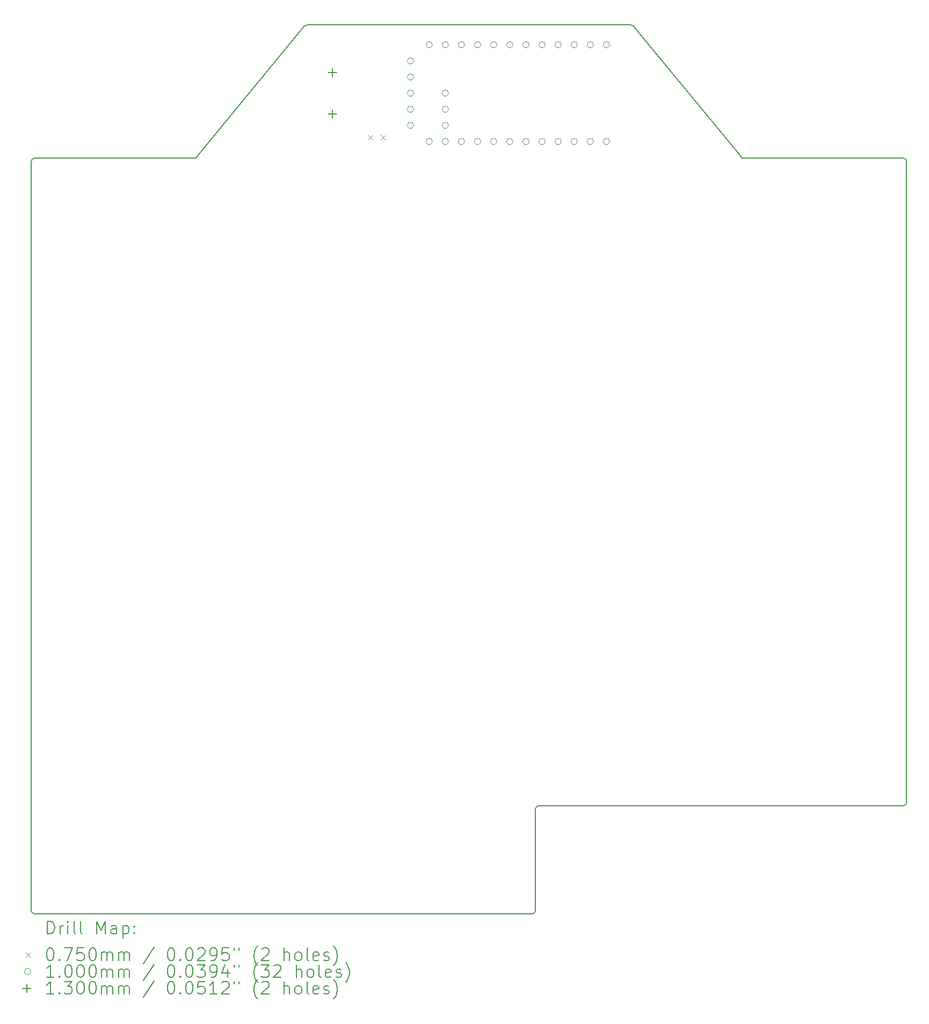
<source format=gbr>
%TF.GenerationSoftware,KiCad,Pcbnew,8.0.4+1*%
%TF.CreationDate,2024-10-01T15:26:06+00:00*%
%TF.ProjectId,left,6c656674-2e6b-4696-9361-645f70636258,v0.2*%
%TF.SameCoordinates,Original*%
%TF.FileFunction,Drillmap*%
%TF.FilePolarity,Positive*%
%FSLAX45Y45*%
G04 Gerber Fmt 4.5, Leading zero omitted, Abs format (unit mm)*
G04 Created by KiCad (PCBNEW 8.0.4+1) date 2024-10-01 15:26:06*
%MOMM*%
%LPD*%
G01*
G04 APERTURE LIST*
%ADD10C,0.150000*%
%ADD11C,0.200000*%
%ADD12C,0.100000*%
%ADD13C,0.130000*%
G04 APERTURE END LIST*
D10*
X15975000Y-2400000D02*
X15975000Y-12500000D01*
X15925000Y-12550000D02*
X10175000Y-12550000D01*
X6486512Y-268083D02*
X4786512Y-2318083D01*
X10075000Y-14250000D02*
X2225000Y-14250000D01*
X2225000Y-2350000D02*
X4775000Y-2350000D01*
X15975000Y-12500000D02*
G75*
G02*
X15925000Y-12550000I-50000J0D01*
G01*
X10125000Y-12600000D02*
G75*
G02*
X10175000Y-12550000I50000J0D01*
G01*
X10125000Y-14200000D02*
G75*
G02*
X10075000Y-14250000I-50000J0D01*
G01*
X2175000Y-14200000D02*
X2175000Y-2400000D01*
X2225000Y-14250000D02*
G75*
G02*
X2175000Y-14200000I0J50000D01*
G01*
X4775000Y-2350000D02*
G75*
G02*
X4786512Y-2318083I50000J0D01*
G01*
X10125000Y-12600000D02*
X10125000Y-14200000D01*
X6486512Y-268083D02*
G75*
G02*
X6525000Y-250000I38488J-31917D01*
G01*
X11625000Y-250000D02*
X6525000Y-250000D01*
X13375000Y-2350000D02*
X15925000Y-2350000D01*
X2175000Y-2400000D02*
G75*
G02*
X2225000Y-2350000I50000J0D01*
G01*
X13363488Y-2318083D02*
G75*
G02*
X13375000Y-2350000I-38488J-31917D01*
G01*
X13363488Y-2318083D02*
X11663488Y-268083D01*
X15925000Y-2350000D02*
G75*
G02*
X15975000Y-2400000I0J-50000D01*
G01*
X11625000Y-250000D02*
G75*
G02*
X11663488Y-268083I0J-50000D01*
G01*
D11*
D12*
X7485500Y-1987500D02*
X7560500Y-2062500D01*
X7560500Y-1987500D02*
X7485500Y-2062500D01*
X7685500Y-1987500D02*
X7760500Y-2062500D01*
X7760500Y-1987500D02*
X7685500Y-2062500D01*
X8204000Y-817000D02*
G75*
G02*
X8104000Y-817000I-50000J0D01*
G01*
X8104000Y-817000D02*
G75*
G02*
X8204000Y-817000I50000J0D01*
G01*
X8204000Y-1071000D02*
G75*
G02*
X8104000Y-1071000I-50000J0D01*
G01*
X8104000Y-1071000D02*
G75*
G02*
X8204000Y-1071000I50000J0D01*
G01*
X8204000Y-1325000D02*
G75*
G02*
X8104000Y-1325000I-50000J0D01*
G01*
X8104000Y-1325000D02*
G75*
G02*
X8204000Y-1325000I50000J0D01*
G01*
X8204000Y-1579000D02*
G75*
G02*
X8104000Y-1579000I-50000J0D01*
G01*
X8104000Y-1579000D02*
G75*
G02*
X8204000Y-1579000I50000J0D01*
G01*
X8204000Y-1833000D02*
G75*
G02*
X8104000Y-1833000I-50000J0D01*
G01*
X8104000Y-1833000D02*
G75*
G02*
X8204000Y-1833000I50000J0D01*
G01*
X8500000Y-563000D02*
G75*
G02*
X8400000Y-563000I-50000J0D01*
G01*
X8400000Y-563000D02*
G75*
G02*
X8500000Y-563000I50000J0D01*
G01*
X8500000Y-2087000D02*
G75*
G02*
X8400000Y-2087000I-50000J0D01*
G01*
X8400000Y-2087000D02*
G75*
G02*
X8500000Y-2087000I50000J0D01*
G01*
X8754000Y-563000D02*
G75*
G02*
X8654000Y-563000I-50000J0D01*
G01*
X8654000Y-563000D02*
G75*
G02*
X8754000Y-563000I50000J0D01*
G01*
X8754000Y-1325000D02*
G75*
G02*
X8654000Y-1325000I-50000J0D01*
G01*
X8654000Y-1325000D02*
G75*
G02*
X8754000Y-1325000I50000J0D01*
G01*
X8754000Y-1579000D02*
G75*
G02*
X8654000Y-1579000I-50000J0D01*
G01*
X8654000Y-1579000D02*
G75*
G02*
X8754000Y-1579000I50000J0D01*
G01*
X8754000Y-1833000D02*
G75*
G02*
X8654000Y-1833000I-50000J0D01*
G01*
X8654000Y-1833000D02*
G75*
G02*
X8754000Y-1833000I50000J0D01*
G01*
X8754000Y-2087000D02*
G75*
G02*
X8654000Y-2087000I-50000J0D01*
G01*
X8654000Y-2087000D02*
G75*
G02*
X8754000Y-2087000I50000J0D01*
G01*
X9008000Y-563000D02*
G75*
G02*
X8908000Y-563000I-50000J0D01*
G01*
X8908000Y-563000D02*
G75*
G02*
X9008000Y-563000I50000J0D01*
G01*
X9008000Y-2087000D02*
G75*
G02*
X8908000Y-2087000I-50000J0D01*
G01*
X8908000Y-2087000D02*
G75*
G02*
X9008000Y-2087000I50000J0D01*
G01*
X9262000Y-563000D02*
G75*
G02*
X9162000Y-563000I-50000J0D01*
G01*
X9162000Y-563000D02*
G75*
G02*
X9262000Y-563000I50000J0D01*
G01*
X9262000Y-2087000D02*
G75*
G02*
X9162000Y-2087000I-50000J0D01*
G01*
X9162000Y-2087000D02*
G75*
G02*
X9262000Y-2087000I50000J0D01*
G01*
X9516000Y-563000D02*
G75*
G02*
X9416000Y-563000I-50000J0D01*
G01*
X9416000Y-563000D02*
G75*
G02*
X9516000Y-563000I50000J0D01*
G01*
X9516000Y-2087000D02*
G75*
G02*
X9416000Y-2087000I-50000J0D01*
G01*
X9416000Y-2087000D02*
G75*
G02*
X9516000Y-2087000I50000J0D01*
G01*
X9770000Y-563000D02*
G75*
G02*
X9670000Y-563000I-50000J0D01*
G01*
X9670000Y-563000D02*
G75*
G02*
X9770000Y-563000I50000J0D01*
G01*
X9770000Y-2087000D02*
G75*
G02*
X9670000Y-2087000I-50000J0D01*
G01*
X9670000Y-2087000D02*
G75*
G02*
X9770000Y-2087000I50000J0D01*
G01*
X10024000Y-563000D02*
G75*
G02*
X9924000Y-563000I-50000J0D01*
G01*
X9924000Y-563000D02*
G75*
G02*
X10024000Y-563000I50000J0D01*
G01*
X10024000Y-2087000D02*
G75*
G02*
X9924000Y-2087000I-50000J0D01*
G01*
X9924000Y-2087000D02*
G75*
G02*
X10024000Y-2087000I50000J0D01*
G01*
X10278000Y-563000D02*
G75*
G02*
X10178000Y-563000I-50000J0D01*
G01*
X10178000Y-563000D02*
G75*
G02*
X10278000Y-563000I50000J0D01*
G01*
X10278000Y-2087000D02*
G75*
G02*
X10178000Y-2087000I-50000J0D01*
G01*
X10178000Y-2087000D02*
G75*
G02*
X10278000Y-2087000I50000J0D01*
G01*
X10532000Y-563000D02*
G75*
G02*
X10432000Y-563000I-50000J0D01*
G01*
X10432000Y-563000D02*
G75*
G02*
X10532000Y-563000I50000J0D01*
G01*
X10532000Y-2087000D02*
G75*
G02*
X10432000Y-2087000I-50000J0D01*
G01*
X10432000Y-2087000D02*
G75*
G02*
X10532000Y-2087000I50000J0D01*
G01*
X10786000Y-563000D02*
G75*
G02*
X10686000Y-563000I-50000J0D01*
G01*
X10686000Y-563000D02*
G75*
G02*
X10786000Y-563000I50000J0D01*
G01*
X10786000Y-2087000D02*
G75*
G02*
X10686000Y-2087000I-50000J0D01*
G01*
X10686000Y-2087000D02*
G75*
G02*
X10786000Y-2087000I50000J0D01*
G01*
X11040000Y-563000D02*
G75*
G02*
X10940000Y-563000I-50000J0D01*
G01*
X10940000Y-563000D02*
G75*
G02*
X11040000Y-563000I50000J0D01*
G01*
X11040000Y-2087000D02*
G75*
G02*
X10940000Y-2087000I-50000J0D01*
G01*
X10940000Y-2087000D02*
G75*
G02*
X11040000Y-2087000I50000J0D01*
G01*
X11294000Y-563000D02*
G75*
G02*
X11194000Y-563000I-50000J0D01*
G01*
X11194000Y-563000D02*
G75*
G02*
X11294000Y-563000I50000J0D01*
G01*
X11294000Y-2087000D02*
G75*
G02*
X11194000Y-2087000I-50000J0D01*
G01*
X11194000Y-2087000D02*
G75*
G02*
X11294000Y-2087000I50000J0D01*
G01*
D13*
X6923000Y-935000D02*
X6923000Y-1065000D01*
X6858000Y-1000000D02*
X6988000Y-1000000D01*
X6923000Y-1585000D02*
X6923000Y-1715000D01*
X6858000Y-1650000D02*
X6988000Y-1650000D01*
D11*
X2428277Y-14568984D02*
X2428277Y-14368984D01*
X2428277Y-14368984D02*
X2475896Y-14368984D01*
X2475896Y-14368984D02*
X2504467Y-14378508D01*
X2504467Y-14378508D02*
X2523515Y-14397555D01*
X2523515Y-14397555D02*
X2533039Y-14416603D01*
X2533039Y-14416603D02*
X2542563Y-14454698D01*
X2542563Y-14454698D02*
X2542563Y-14483269D01*
X2542563Y-14483269D02*
X2533039Y-14521365D01*
X2533039Y-14521365D02*
X2523515Y-14540412D01*
X2523515Y-14540412D02*
X2504467Y-14559460D01*
X2504467Y-14559460D02*
X2475896Y-14568984D01*
X2475896Y-14568984D02*
X2428277Y-14568984D01*
X2628277Y-14568984D02*
X2628277Y-14435650D01*
X2628277Y-14473746D02*
X2637801Y-14454698D01*
X2637801Y-14454698D02*
X2647324Y-14445174D01*
X2647324Y-14445174D02*
X2666372Y-14435650D01*
X2666372Y-14435650D02*
X2685420Y-14435650D01*
X2752086Y-14568984D02*
X2752086Y-14435650D01*
X2752086Y-14368984D02*
X2742563Y-14378508D01*
X2742563Y-14378508D02*
X2752086Y-14388031D01*
X2752086Y-14388031D02*
X2761610Y-14378508D01*
X2761610Y-14378508D02*
X2752086Y-14368984D01*
X2752086Y-14368984D02*
X2752086Y-14388031D01*
X2875896Y-14568984D02*
X2856848Y-14559460D01*
X2856848Y-14559460D02*
X2847324Y-14540412D01*
X2847324Y-14540412D02*
X2847324Y-14368984D01*
X2980658Y-14568984D02*
X2961610Y-14559460D01*
X2961610Y-14559460D02*
X2952086Y-14540412D01*
X2952086Y-14540412D02*
X2952086Y-14368984D01*
X3209229Y-14568984D02*
X3209229Y-14368984D01*
X3209229Y-14368984D02*
X3275896Y-14511841D01*
X3275896Y-14511841D02*
X3342562Y-14368984D01*
X3342562Y-14368984D02*
X3342562Y-14568984D01*
X3523515Y-14568984D02*
X3523515Y-14464222D01*
X3523515Y-14464222D02*
X3513991Y-14445174D01*
X3513991Y-14445174D02*
X3494943Y-14435650D01*
X3494943Y-14435650D02*
X3456848Y-14435650D01*
X3456848Y-14435650D02*
X3437801Y-14445174D01*
X3523515Y-14559460D02*
X3504467Y-14568984D01*
X3504467Y-14568984D02*
X3456848Y-14568984D01*
X3456848Y-14568984D02*
X3437801Y-14559460D01*
X3437801Y-14559460D02*
X3428277Y-14540412D01*
X3428277Y-14540412D02*
X3428277Y-14521365D01*
X3428277Y-14521365D02*
X3437801Y-14502317D01*
X3437801Y-14502317D02*
X3456848Y-14492793D01*
X3456848Y-14492793D02*
X3504467Y-14492793D01*
X3504467Y-14492793D02*
X3523515Y-14483269D01*
X3618753Y-14435650D02*
X3618753Y-14635650D01*
X3618753Y-14445174D02*
X3637801Y-14435650D01*
X3637801Y-14435650D02*
X3675896Y-14435650D01*
X3675896Y-14435650D02*
X3694943Y-14445174D01*
X3694943Y-14445174D02*
X3704467Y-14454698D01*
X3704467Y-14454698D02*
X3713991Y-14473746D01*
X3713991Y-14473746D02*
X3713991Y-14530888D01*
X3713991Y-14530888D02*
X3704467Y-14549936D01*
X3704467Y-14549936D02*
X3694943Y-14559460D01*
X3694943Y-14559460D02*
X3675896Y-14568984D01*
X3675896Y-14568984D02*
X3637801Y-14568984D01*
X3637801Y-14568984D02*
X3618753Y-14559460D01*
X3799705Y-14549936D02*
X3809229Y-14559460D01*
X3809229Y-14559460D02*
X3799705Y-14568984D01*
X3799705Y-14568984D02*
X3790182Y-14559460D01*
X3790182Y-14559460D02*
X3799705Y-14549936D01*
X3799705Y-14549936D02*
X3799705Y-14568984D01*
X3799705Y-14445174D02*
X3809229Y-14454698D01*
X3809229Y-14454698D02*
X3799705Y-14464222D01*
X3799705Y-14464222D02*
X3790182Y-14454698D01*
X3790182Y-14454698D02*
X3799705Y-14445174D01*
X3799705Y-14445174D02*
X3799705Y-14464222D01*
D12*
X2092500Y-14860000D02*
X2167500Y-14935000D01*
X2167500Y-14860000D02*
X2092500Y-14935000D01*
D11*
X2466372Y-14788984D02*
X2485420Y-14788984D01*
X2485420Y-14788984D02*
X2504467Y-14798508D01*
X2504467Y-14798508D02*
X2513991Y-14808031D01*
X2513991Y-14808031D02*
X2523515Y-14827079D01*
X2523515Y-14827079D02*
X2533039Y-14865174D01*
X2533039Y-14865174D02*
X2533039Y-14912793D01*
X2533039Y-14912793D02*
X2523515Y-14950888D01*
X2523515Y-14950888D02*
X2513991Y-14969936D01*
X2513991Y-14969936D02*
X2504467Y-14979460D01*
X2504467Y-14979460D02*
X2485420Y-14988984D01*
X2485420Y-14988984D02*
X2466372Y-14988984D01*
X2466372Y-14988984D02*
X2447324Y-14979460D01*
X2447324Y-14979460D02*
X2437801Y-14969936D01*
X2437801Y-14969936D02*
X2428277Y-14950888D01*
X2428277Y-14950888D02*
X2418753Y-14912793D01*
X2418753Y-14912793D02*
X2418753Y-14865174D01*
X2418753Y-14865174D02*
X2428277Y-14827079D01*
X2428277Y-14827079D02*
X2437801Y-14808031D01*
X2437801Y-14808031D02*
X2447324Y-14798508D01*
X2447324Y-14798508D02*
X2466372Y-14788984D01*
X2618753Y-14969936D02*
X2628277Y-14979460D01*
X2628277Y-14979460D02*
X2618753Y-14988984D01*
X2618753Y-14988984D02*
X2609229Y-14979460D01*
X2609229Y-14979460D02*
X2618753Y-14969936D01*
X2618753Y-14969936D02*
X2618753Y-14988984D01*
X2694944Y-14788984D02*
X2828277Y-14788984D01*
X2828277Y-14788984D02*
X2742563Y-14988984D01*
X2999705Y-14788984D02*
X2904467Y-14788984D01*
X2904467Y-14788984D02*
X2894943Y-14884222D01*
X2894943Y-14884222D02*
X2904467Y-14874698D01*
X2904467Y-14874698D02*
X2923515Y-14865174D01*
X2923515Y-14865174D02*
X2971134Y-14865174D01*
X2971134Y-14865174D02*
X2990182Y-14874698D01*
X2990182Y-14874698D02*
X2999705Y-14884222D01*
X2999705Y-14884222D02*
X3009229Y-14903269D01*
X3009229Y-14903269D02*
X3009229Y-14950888D01*
X3009229Y-14950888D02*
X2999705Y-14969936D01*
X2999705Y-14969936D02*
X2990182Y-14979460D01*
X2990182Y-14979460D02*
X2971134Y-14988984D01*
X2971134Y-14988984D02*
X2923515Y-14988984D01*
X2923515Y-14988984D02*
X2904467Y-14979460D01*
X2904467Y-14979460D02*
X2894943Y-14969936D01*
X3133039Y-14788984D02*
X3152086Y-14788984D01*
X3152086Y-14788984D02*
X3171134Y-14798508D01*
X3171134Y-14798508D02*
X3180658Y-14808031D01*
X3180658Y-14808031D02*
X3190182Y-14827079D01*
X3190182Y-14827079D02*
X3199705Y-14865174D01*
X3199705Y-14865174D02*
X3199705Y-14912793D01*
X3199705Y-14912793D02*
X3190182Y-14950888D01*
X3190182Y-14950888D02*
X3180658Y-14969936D01*
X3180658Y-14969936D02*
X3171134Y-14979460D01*
X3171134Y-14979460D02*
X3152086Y-14988984D01*
X3152086Y-14988984D02*
X3133039Y-14988984D01*
X3133039Y-14988984D02*
X3113991Y-14979460D01*
X3113991Y-14979460D02*
X3104467Y-14969936D01*
X3104467Y-14969936D02*
X3094943Y-14950888D01*
X3094943Y-14950888D02*
X3085420Y-14912793D01*
X3085420Y-14912793D02*
X3085420Y-14865174D01*
X3085420Y-14865174D02*
X3094943Y-14827079D01*
X3094943Y-14827079D02*
X3104467Y-14808031D01*
X3104467Y-14808031D02*
X3113991Y-14798508D01*
X3113991Y-14798508D02*
X3133039Y-14788984D01*
X3285420Y-14988984D02*
X3285420Y-14855650D01*
X3285420Y-14874698D02*
X3294943Y-14865174D01*
X3294943Y-14865174D02*
X3313991Y-14855650D01*
X3313991Y-14855650D02*
X3342563Y-14855650D01*
X3342563Y-14855650D02*
X3361610Y-14865174D01*
X3361610Y-14865174D02*
X3371134Y-14884222D01*
X3371134Y-14884222D02*
X3371134Y-14988984D01*
X3371134Y-14884222D02*
X3380658Y-14865174D01*
X3380658Y-14865174D02*
X3399705Y-14855650D01*
X3399705Y-14855650D02*
X3428277Y-14855650D01*
X3428277Y-14855650D02*
X3447324Y-14865174D01*
X3447324Y-14865174D02*
X3456848Y-14884222D01*
X3456848Y-14884222D02*
X3456848Y-14988984D01*
X3552086Y-14988984D02*
X3552086Y-14855650D01*
X3552086Y-14874698D02*
X3561610Y-14865174D01*
X3561610Y-14865174D02*
X3580658Y-14855650D01*
X3580658Y-14855650D02*
X3609229Y-14855650D01*
X3609229Y-14855650D02*
X3628277Y-14865174D01*
X3628277Y-14865174D02*
X3637801Y-14884222D01*
X3637801Y-14884222D02*
X3637801Y-14988984D01*
X3637801Y-14884222D02*
X3647324Y-14865174D01*
X3647324Y-14865174D02*
X3666372Y-14855650D01*
X3666372Y-14855650D02*
X3694943Y-14855650D01*
X3694943Y-14855650D02*
X3713991Y-14865174D01*
X3713991Y-14865174D02*
X3723515Y-14884222D01*
X3723515Y-14884222D02*
X3723515Y-14988984D01*
X4113991Y-14779460D02*
X3942563Y-15036603D01*
X4371134Y-14788984D02*
X4390182Y-14788984D01*
X4390182Y-14788984D02*
X4409229Y-14798508D01*
X4409229Y-14798508D02*
X4418753Y-14808031D01*
X4418753Y-14808031D02*
X4428277Y-14827079D01*
X4428277Y-14827079D02*
X4437801Y-14865174D01*
X4437801Y-14865174D02*
X4437801Y-14912793D01*
X4437801Y-14912793D02*
X4428277Y-14950888D01*
X4428277Y-14950888D02*
X4418753Y-14969936D01*
X4418753Y-14969936D02*
X4409229Y-14979460D01*
X4409229Y-14979460D02*
X4390182Y-14988984D01*
X4390182Y-14988984D02*
X4371134Y-14988984D01*
X4371134Y-14988984D02*
X4352087Y-14979460D01*
X4352087Y-14979460D02*
X4342563Y-14969936D01*
X4342563Y-14969936D02*
X4333039Y-14950888D01*
X4333039Y-14950888D02*
X4323515Y-14912793D01*
X4323515Y-14912793D02*
X4323515Y-14865174D01*
X4323515Y-14865174D02*
X4333039Y-14827079D01*
X4333039Y-14827079D02*
X4342563Y-14808031D01*
X4342563Y-14808031D02*
X4352087Y-14798508D01*
X4352087Y-14798508D02*
X4371134Y-14788984D01*
X4523515Y-14969936D02*
X4533039Y-14979460D01*
X4533039Y-14979460D02*
X4523515Y-14988984D01*
X4523515Y-14988984D02*
X4513991Y-14979460D01*
X4513991Y-14979460D02*
X4523515Y-14969936D01*
X4523515Y-14969936D02*
X4523515Y-14988984D01*
X4656848Y-14788984D02*
X4675896Y-14788984D01*
X4675896Y-14788984D02*
X4694944Y-14798508D01*
X4694944Y-14798508D02*
X4704468Y-14808031D01*
X4704468Y-14808031D02*
X4713991Y-14827079D01*
X4713991Y-14827079D02*
X4723515Y-14865174D01*
X4723515Y-14865174D02*
X4723515Y-14912793D01*
X4723515Y-14912793D02*
X4713991Y-14950888D01*
X4713991Y-14950888D02*
X4704468Y-14969936D01*
X4704468Y-14969936D02*
X4694944Y-14979460D01*
X4694944Y-14979460D02*
X4675896Y-14988984D01*
X4675896Y-14988984D02*
X4656848Y-14988984D01*
X4656848Y-14988984D02*
X4637801Y-14979460D01*
X4637801Y-14979460D02*
X4628277Y-14969936D01*
X4628277Y-14969936D02*
X4618753Y-14950888D01*
X4618753Y-14950888D02*
X4609229Y-14912793D01*
X4609229Y-14912793D02*
X4609229Y-14865174D01*
X4609229Y-14865174D02*
X4618753Y-14827079D01*
X4618753Y-14827079D02*
X4628277Y-14808031D01*
X4628277Y-14808031D02*
X4637801Y-14798508D01*
X4637801Y-14798508D02*
X4656848Y-14788984D01*
X4799706Y-14808031D02*
X4809229Y-14798508D01*
X4809229Y-14798508D02*
X4828277Y-14788984D01*
X4828277Y-14788984D02*
X4875896Y-14788984D01*
X4875896Y-14788984D02*
X4894944Y-14798508D01*
X4894944Y-14798508D02*
X4904468Y-14808031D01*
X4904468Y-14808031D02*
X4913991Y-14827079D01*
X4913991Y-14827079D02*
X4913991Y-14846127D01*
X4913991Y-14846127D02*
X4904468Y-14874698D01*
X4904468Y-14874698D02*
X4790182Y-14988984D01*
X4790182Y-14988984D02*
X4913991Y-14988984D01*
X5009229Y-14988984D02*
X5047325Y-14988984D01*
X5047325Y-14988984D02*
X5066372Y-14979460D01*
X5066372Y-14979460D02*
X5075896Y-14969936D01*
X5075896Y-14969936D02*
X5094944Y-14941365D01*
X5094944Y-14941365D02*
X5104468Y-14903269D01*
X5104468Y-14903269D02*
X5104468Y-14827079D01*
X5104468Y-14827079D02*
X5094944Y-14808031D01*
X5094944Y-14808031D02*
X5085420Y-14798508D01*
X5085420Y-14798508D02*
X5066372Y-14788984D01*
X5066372Y-14788984D02*
X5028277Y-14788984D01*
X5028277Y-14788984D02*
X5009229Y-14798508D01*
X5009229Y-14798508D02*
X4999706Y-14808031D01*
X4999706Y-14808031D02*
X4990182Y-14827079D01*
X4990182Y-14827079D02*
X4990182Y-14874698D01*
X4990182Y-14874698D02*
X4999706Y-14893746D01*
X4999706Y-14893746D02*
X5009229Y-14903269D01*
X5009229Y-14903269D02*
X5028277Y-14912793D01*
X5028277Y-14912793D02*
X5066372Y-14912793D01*
X5066372Y-14912793D02*
X5085420Y-14903269D01*
X5085420Y-14903269D02*
X5094944Y-14893746D01*
X5094944Y-14893746D02*
X5104468Y-14874698D01*
X5285420Y-14788984D02*
X5190182Y-14788984D01*
X5190182Y-14788984D02*
X5180658Y-14884222D01*
X5180658Y-14884222D02*
X5190182Y-14874698D01*
X5190182Y-14874698D02*
X5209229Y-14865174D01*
X5209229Y-14865174D02*
X5256849Y-14865174D01*
X5256849Y-14865174D02*
X5275896Y-14874698D01*
X5275896Y-14874698D02*
X5285420Y-14884222D01*
X5285420Y-14884222D02*
X5294944Y-14903269D01*
X5294944Y-14903269D02*
X5294944Y-14950888D01*
X5294944Y-14950888D02*
X5285420Y-14969936D01*
X5285420Y-14969936D02*
X5275896Y-14979460D01*
X5275896Y-14979460D02*
X5256849Y-14988984D01*
X5256849Y-14988984D02*
X5209229Y-14988984D01*
X5209229Y-14988984D02*
X5190182Y-14979460D01*
X5190182Y-14979460D02*
X5180658Y-14969936D01*
X5371134Y-14788984D02*
X5371134Y-14827079D01*
X5447325Y-14788984D02*
X5447325Y-14827079D01*
X5742563Y-15065174D02*
X5733039Y-15055650D01*
X5733039Y-15055650D02*
X5713991Y-15027079D01*
X5713991Y-15027079D02*
X5704468Y-15008031D01*
X5704468Y-15008031D02*
X5694944Y-14979460D01*
X5694944Y-14979460D02*
X5685420Y-14931841D01*
X5685420Y-14931841D02*
X5685420Y-14893746D01*
X5685420Y-14893746D02*
X5694944Y-14846127D01*
X5694944Y-14846127D02*
X5704468Y-14817555D01*
X5704468Y-14817555D02*
X5713991Y-14798508D01*
X5713991Y-14798508D02*
X5733039Y-14769936D01*
X5733039Y-14769936D02*
X5742563Y-14760412D01*
X5809229Y-14808031D02*
X5818753Y-14798508D01*
X5818753Y-14798508D02*
X5837801Y-14788984D01*
X5837801Y-14788984D02*
X5885420Y-14788984D01*
X5885420Y-14788984D02*
X5904468Y-14798508D01*
X5904468Y-14798508D02*
X5913991Y-14808031D01*
X5913991Y-14808031D02*
X5923515Y-14827079D01*
X5923515Y-14827079D02*
X5923515Y-14846127D01*
X5923515Y-14846127D02*
X5913991Y-14874698D01*
X5913991Y-14874698D02*
X5799706Y-14988984D01*
X5799706Y-14988984D02*
X5923515Y-14988984D01*
X6161610Y-14988984D02*
X6161610Y-14788984D01*
X6247325Y-14988984D02*
X6247325Y-14884222D01*
X6247325Y-14884222D02*
X6237801Y-14865174D01*
X6237801Y-14865174D02*
X6218753Y-14855650D01*
X6218753Y-14855650D02*
X6190182Y-14855650D01*
X6190182Y-14855650D02*
X6171134Y-14865174D01*
X6171134Y-14865174D02*
X6161610Y-14874698D01*
X6371134Y-14988984D02*
X6352087Y-14979460D01*
X6352087Y-14979460D02*
X6342563Y-14969936D01*
X6342563Y-14969936D02*
X6333039Y-14950888D01*
X6333039Y-14950888D02*
X6333039Y-14893746D01*
X6333039Y-14893746D02*
X6342563Y-14874698D01*
X6342563Y-14874698D02*
X6352087Y-14865174D01*
X6352087Y-14865174D02*
X6371134Y-14855650D01*
X6371134Y-14855650D02*
X6399706Y-14855650D01*
X6399706Y-14855650D02*
X6418753Y-14865174D01*
X6418753Y-14865174D02*
X6428277Y-14874698D01*
X6428277Y-14874698D02*
X6437801Y-14893746D01*
X6437801Y-14893746D02*
X6437801Y-14950888D01*
X6437801Y-14950888D02*
X6428277Y-14969936D01*
X6428277Y-14969936D02*
X6418753Y-14979460D01*
X6418753Y-14979460D02*
X6399706Y-14988984D01*
X6399706Y-14988984D02*
X6371134Y-14988984D01*
X6552087Y-14988984D02*
X6533039Y-14979460D01*
X6533039Y-14979460D02*
X6523515Y-14960412D01*
X6523515Y-14960412D02*
X6523515Y-14788984D01*
X6704468Y-14979460D02*
X6685420Y-14988984D01*
X6685420Y-14988984D02*
X6647325Y-14988984D01*
X6647325Y-14988984D02*
X6628277Y-14979460D01*
X6628277Y-14979460D02*
X6618753Y-14960412D01*
X6618753Y-14960412D02*
X6618753Y-14884222D01*
X6618753Y-14884222D02*
X6628277Y-14865174D01*
X6628277Y-14865174D02*
X6647325Y-14855650D01*
X6647325Y-14855650D02*
X6685420Y-14855650D01*
X6685420Y-14855650D02*
X6704468Y-14865174D01*
X6704468Y-14865174D02*
X6713991Y-14884222D01*
X6713991Y-14884222D02*
X6713991Y-14903269D01*
X6713991Y-14903269D02*
X6618753Y-14922317D01*
X6790182Y-14979460D02*
X6809230Y-14988984D01*
X6809230Y-14988984D02*
X6847325Y-14988984D01*
X6847325Y-14988984D02*
X6866372Y-14979460D01*
X6866372Y-14979460D02*
X6875896Y-14960412D01*
X6875896Y-14960412D02*
X6875896Y-14950888D01*
X6875896Y-14950888D02*
X6866372Y-14931841D01*
X6866372Y-14931841D02*
X6847325Y-14922317D01*
X6847325Y-14922317D02*
X6818753Y-14922317D01*
X6818753Y-14922317D02*
X6799706Y-14912793D01*
X6799706Y-14912793D02*
X6790182Y-14893746D01*
X6790182Y-14893746D02*
X6790182Y-14884222D01*
X6790182Y-14884222D02*
X6799706Y-14865174D01*
X6799706Y-14865174D02*
X6818753Y-14855650D01*
X6818753Y-14855650D02*
X6847325Y-14855650D01*
X6847325Y-14855650D02*
X6866372Y-14865174D01*
X6942563Y-15065174D02*
X6952087Y-15055650D01*
X6952087Y-15055650D02*
X6971134Y-15027079D01*
X6971134Y-15027079D02*
X6980658Y-15008031D01*
X6980658Y-15008031D02*
X6990182Y-14979460D01*
X6990182Y-14979460D02*
X6999706Y-14931841D01*
X6999706Y-14931841D02*
X6999706Y-14893746D01*
X6999706Y-14893746D02*
X6990182Y-14846127D01*
X6990182Y-14846127D02*
X6980658Y-14817555D01*
X6980658Y-14817555D02*
X6971134Y-14798508D01*
X6971134Y-14798508D02*
X6952087Y-14769936D01*
X6952087Y-14769936D02*
X6942563Y-14760412D01*
D12*
X2167500Y-15161500D02*
G75*
G02*
X2067500Y-15161500I-50000J0D01*
G01*
X2067500Y-15161500D02*
G75*
G02*
X2167500Y-15161500I50000J0D01*
G01*
D11*
X2533039Y-15252984D02*
X2418753Y-15252984D01*
X2475896Y-15252984D02*
X2475896Y-15052984D01*
X2475896Y-15052984D02*
X2456848Y-15081555D01*
X2456848Y-15081555D02*
X2437801Y-15100603D01*
X2437801Y-15100603D02*
X2418753Y-15110127D01*
X2618753Y-15233936D02*
X2628277Y-15243460D01*
X2628277Y-15243460D02*
X2618753Y-15252984D01*
X2618753Y-15252984D02*
X2609229Y-15243460D01*
X2609229Y-15243460D02*
X2618753Y-15233936D01*
X2618753Y-15233936D02*
X2618753Y-15252984D01*
X2752086Y-15052984D02*
X2771134Y-15052984D01*
X2771134Y-15052984D02*
X2790182Y-15062508D01*
X2790182Y-15062508D02*
X2799705Y-15072031D01*
X2799705Y-15072031D02*
X2809229Y-15091079D01*
X2809229Y-15091079D02*
X2818753Y-15129174D01*
X2818753Y-15129174D02*
X2818753Y-15176793D01*
X2818753Y-15176793D02*
X2809229Y-15214888D01*
X2809229Y-15214888D02*
X2799705Y-15233936D01*
X2799705Y-15233936D02*
X2790182Y-15243460D01*
X2790182Y-15243460D02*
X2771134Y-15252984D01*
X2771134Y-15252984D02*
X2752086Y-15252984D01*
X2752086Y-15252984D02*
X2733039Y-15243460D01*
X2733039Y-15243460D02*
X2723515Y-15233936D01*
X2723515Y-15233936D02*
X2713991Y-15214888D01*
X2713991Y-15214888D02*
X2704467Y-15176793D01*
X2704467Y-15176793D02*
X2704467Y-15129174D01*
X2704467Y-15129174D02*
X2713991Y-15091079D01*
X2713991Y-15091079D02*
X2723515Y-15072031D01*
X2723515Y-15072031D02*
X2733039Y-15062508D01*
X2733039Y-15062508D02*
X2752086Y-15052984D01*
X2942562Y-15052984D02*
X2961610Y-15052984D01*
X2961610Y-15052984D02*
X2980658Y-15062508D01*
X2980658Y-15062508D02*
X2990182Y-15072031D01*
X2990182Y-15072031D02*
X2999705Y-15091079D01*
X2999705Y-15091079D02*
X3009229Y-15129174D01*
X3009229Y-15129174D02*
X3009229Y-15176793D01*
X3009229Y-15176793D02*
X2999705Y-15214888D01*
X2999705Y-15214888D02*
X2990182Y-15233936D01*
X2990182Y-15233936D02*
X2980658Y-15243460D01*
X2980658Y-15243460D02*
X2961610Y-15252984D01*
X2961610Y-15252984D02*
X2942562Y-15252984D01*
X2942562Y-15252984D02*
X2923515Y-15243460D01*
X2923515Y-15243460D02*
X2913991Y-15233936D01*
X2913991Y-15233936D02*
X2904467Y-15214888D01*
X2904467Y-15214888D02*
X2894943Y-15176793D01*
X2894943Y-15176793D02*
X2894943Y-15129174D01*
X2894943Y-15129174D02*
X2904467Y-15091079D01*
X2904467Y-15091079D02*
X2913991Y-15072031D01*
X2913991Y-15072031D02*
X2923515Y-15062508D01*
X2923515Y-15062508D02*
X2942562Y-15052984D01*
X3133039Y-15052984D02*
X3152086Y-15052984D01*
X3152086Y-15052984D02*
X3171134Y-15062508D01*
X3171134Y-15062508D02*
X3180658Y-15072031D01*
X3180658Y-15072031D02*
X3190182Y-15091079D01*
X3190182Y-15091079D02*
X3199705Y-15129174D01*
X3199705Y-15129174D02*
X3199705Y-15176793D01*
X3199705Y-15176793D02*
X3190182Y-15214888D01*
X3190182Y-15214888D02*
X3180658Y-15233936D01*
X3180658Y-15233936D02*
X3171134Y-15243460D01*
X3171134Y-15243460D02*
X3152086Y-15252984D01*
X3152086Y-15252984D02*
X3133039Y-15252984D01*
X3133039Y-15252984D02*
X3113991Y-15243460D01*
X3113991Y-15243460D02*
X3104467Y-15233936D01*
X3104467Y-15233936D02*
X3094943Y-15214888D01*
X3094943Y-15214888D02*
X3085420Y-15176793D01*
X3085420Y-15176793D02*
X3085420Y-15129174D01*
X3085420Y-15129174D02*
X3094943Y-15091079D01*
X3094943Y-15091079D02*
X3104467Y-15072031D01*
X3104467Y-15072031D02*
X3113991Y-15062508D01*
X3113991Y-15062508D02*
X3133039Y-15052984D01*
X3285420Y-15252984D02*
X3285420Y-15119650D01*
X3285420Y-15138698D02*
X3294943Y-15129174D01*
X3294943Y-15129174D02*
X3313991Y-15119650D01*
X3313991Y-15119650D02*
X3342563Y-15119650D01*
X3342563Y-15119650D02*
X3361610Y-15129174D01*
X3361610Y-15129174D02*
X3371134Y-15148222D01*
X3371134Y-15148222D02*
X3371134Y-15252984D01*
X3371134Y-15148222D02*
X3380658Y-15129174D01*
X3380658Y-15129174D02*
X3399705Y-15119650D01*
X3399705Y-15119650D02*
X3428277Y-15119650D01*
X3428277Y-15119650D02*
X3447324Y-15129174D01*
X3447324Y-15129174D02*
X3456848Y-15148222D01*
X3456848Y-15148222D02*
X3456848Y-15252984D01*
X3552086Y-15252984D02*
X3552086Y-15119650D01*
X3552086Y-15138698D02*
X3561610Y-15129174D01*
X3561610Y-15129174D02*
X3580658Y-15119650D01*
X3580658Y-15119650D02*
X3609229Y-15119650D01*
X3609229Y-15119650D02*
X3628277Y-15129174D01*
X3628277Y-15129174D02*
X3637801Y-15148222D01*
X3637801Y-15148222D02*
X3637801Y-15252984D01*
X3637801Y-15148222D02*
X3647324Y-15129174D01*
X3647324Y-15129174D02*
X3666372Y-15119650D01*
X3666372Y-15119650D02*
X3694943Y-15119650D01*
X3694943Y-15119650D02*
X3713991Y-15129174D01*
X3713991Y-15129174D02*
X3723515Y-15148222D01*
X3723515Y-15148222D02*
X3723515Y-15252984D01*
X4113991Y-15043460D02*
X3942563Y-15300603D01*
X4371134Y-15052984D02*
X4390182Y-15052984D01*
X4390182Y-15052984D02*
X4409229Y-15062508D01*
X4409229Y-15062508D02*
X4418753Y-15072031D01*
X4418753Y-15072031D02*
X4428277Y-15091079D01*
X4428277Y-15091079D02*
X4437801Y-15129174D01*
X4437801Y-15129174D02*
X4437801Y-15176793D01*
X4437801Y-15176793D02*
X4428277Y-15214888D01*
X4428277Y-15214888D02*
X4418753Y-15233936D01*
X4418753Y-15233936D02*
X4409229Y-15243460D01*
X4409229Y-15243460D02*
X4390182Y-15252984D01*
X4390182Y-15252984D02*
X4371134Y-15252984D01*
X4371134Y-15252984D02*
X4352087Y-15243460D01*
X4352087Y-15243460D02*
X4342563Y-15233936D01*
X4342563Y-15233936D02*
X4333039Y-15214888D01*
X4333039Y-15214888D02*
X4323515Y-15176793D01*
X4323515Y-15176793D02*
X4323515Y-15129174D01*
X4323515Y-15129174D02*
X4333039Y-15091079D01*
X4333039Y-15091079D02*
X4342563Y-15072031D01*
X4342563Y-15072031D02*
X4352087Y-15062508D01*
X4352087Y-15062508D02*
X4371134Y-15052984D01*
X4523515Y-15233936D02*
X4533039Y-15243460D01*
X4533039Y-15243460D02*
X4523515Y-15252984D01*
X4523515Y-15252984D02*
X4513991Y-15243460D01*
X4513991Y-15243460D02*
X4523515Y-15233936D01*
X4523515Y-15233936D02*
X4523515Y-15252984D01*
X4656848Y-15052984D02*
X4675896Y-15052984D01*
X4675896Y-15052984D02*
X4694944Y-15062508D01*
X4694944Y-15062508D02*
X4704468Y-15072031D01*
X4704468Y-15072031D02*
X4713991Y-15091079D01*
X4713991Y-15091079D02*
X4723515Y-15129174D01*
X4723515Y-15129174D02*
X4723515Y-15176793D01*
X4723515Y-15176793D02*
X4713991Y-15214888D01*
X4713991Y-15214888D02*
X4704468Y-15233936D01*
X4704468Y-15233936D02*
X4694944Y-15243460D01*
X4694944Y-15243460D02*
X4675896Y-15252984D01*
X4675896Y-15252984D02*
X4656848Y-15252984D01*
X4656848Y-15252984D02*
X4637801Y-15243460D01*
X4637801Y-15243460D02*
X4628277Y-15233936D01*
X4628277Y-15233936D02*
X4618753Y-15214888D01*
X4618753Y-15214888D02*
X4609229Y-15176793D01*
X4609229Y-15176793D02*
X4609229Y-15129174D01*
X4609229Y-15129174D02*
X4618753Y-15091079D01*
X4618753Y-15091079D02*
X4628277Y-15072031D01*
X4628277Y-15072031D02*
X4637801Y-15062508D01*
X4637801Y-15062508D02*
X4656848Y-15052984D01*
X4790182Y-15052984D02*
X4913991Y-15052984D01*
X4913991Y-15052984D02*
X4847325Y-15129174D01*
X4847325Y-15129174D02*
X4875896Y-15129174D01*
X4875896Y-15129174D02*
X4894944Y-15138698D01*
X4894944Y-15138698D02*
X4904468Y-15148222D01*
X4904468Y-15148222D02*
X4913991Y-15167269D01*
X4913991Y-15167269D02*
X4913991Y-15214888D01*
X4913991Y-15214888D02*
X4904468Y-15233936D01*
X4904468Y-15233936D02*
X4894944Y-15243460D01*
X4894944Y-15243460D02*
X4875896Y-15252984D01*
X4875896Y-15252984D02*
X4818753Y-15252984D01*
X4818753Y-15252984D02*
X4799706Y-15243460D01*
X4799706Y-15243460D02*
X4790182Y-15233936D01*
X5009229Y-15252984D02*
X5047325Y-15252984D01*
X5047325Y-15252984D02*
X5066372Y-15243460D01*
X5066372Y-15243460D02*
X5075896Y-15233936D01*
X5075896Y-15233936D02*
X5094944Y-15205365D01*
X5094944Y-15205365D02*
X5104468Y-15167269D01*
X5104468Y-15167269D02*
X5104468Y-15091079D01*
X5104468Y-15091079D02*
X5094944Y-15072031D01*
X5094944Y-15072031D02*
X5085420Y-15062508D01*
X5085420Y-15062508D02*
X5066372Y-15052984D01*
X5066372Y-15052984D02*
X5028277Y-15052984D01*
X5028277Y-15052984D02*
X5009229Y-15062508D01*
X5009229Y-15062508D02*
X4999706Y-15072031D01*
X4999706Y-15072031D02*
X4990182Y-15091079D01*
X4990182Y-15091079D02*
X4990182Y-15138698D01*
X4990182Y-15138698D02*
X4999706Y-15157746D01*
X4999706Y-15157746D02*
X5009229Y-15167269D01*
X5009229Y-15167269D02*
X5028277Y-15176793D01*
X5028277Y-15176793D02*
X5066372Y-15176793D01*
X5066372Y-15176793D02*
X5085420Y-15167269D01*
X5085420Y-15167269D02*
X5094944Y-15157746D01*
X5094944Y-15157746D02*
X5104468Y-15138698D01*
X5275896Y-15119650D02*
X5275896Y-15252984D01*
X5228277Y-15043460D02*
X5180658Y-15186317D01*
X5180658Y-15186317D02*
X5304468Y-15186317D01*
X5371134Y-15052984D02*
X5371134Y-15091079D01*
X5447325Y-15052984D02*
X5447325Y-15091079D01*
X5742563Y-15329174D02*
X5733039Y-15319650D01*
X5733039Y-15319650D02*
X5713991Y-15291079D01*
X5713991Y-15291079D02*
X5704468Y-15272031D01*
X5704468Y-15272031D02*
X5694944Y-15243460D01*
X5694944Y-15243460D02*
X5685420Y-15195841D01*
X5685420Y-15195841D02*
X5685420Y-15157746D01*
X5685420Y-15157746D02*
X5694944Y-15110127D01*
X5694944Y-15110127D02*
X5704468Y-15081555D01*
X5704468Y-15081555D02*
X5713991Y-15062508D01*
X5713991Y-15062508D02*
X5733039Y-15033936D01*
X5733039Y-15033936D02*
X5742563Y-15024412D01*
X5799706Y-15052984D02*
X5923515Y-15052984D01*
X5923515Y-15052984D02*
X5856848Y-15129174D01*
X5856848Y-15129174D02*
X5885420Y-15129174D01*
X5885420Y-15129174D02*
X5904468Y-15138698D01*
X5904468Y-15138698D02*
X5913991Y-15148222D01*
X5913991Y-15148222D02*
X5923515Y-15167269D01*
X5923515Y-15167269D02*
X5923515Y-15214888D01*
X5923515Y-15214888D02*
X5913991Y-15233936D01*
X5913991Y-15233936D02*
X5904468Y-15243460D01*
X5904468Y-15243460D02*
X5885420Y-15252984D01*
X5885420Y-15252984D02*
X5828277Y-15252984D01*
X5828277Y-15252984D02*
X5809229Y-15243460D01*
X5809229Y-15243460D02*
X5799706Y-15233936D01*
X5999706Y-15072031D02*
X6009229Y-15062508D01*
X6009229Y-15062508D02*
X6028277Y-15052984D01*
X6028277Y-15052984D02*
X6075896Y-15052984D01*
X6075896Y-15052984D02*
X6094944Y-15062508D01*
X6094944Y-15062508D02*
X6104468Y-15072031D01*
X6104468Y-15072031D02*
X6113991Y-15091079D01*
X6113991Y-15091079D02*
X6113991Y-15110127D01*
X6113991Y-15110127D02*
X6104468Y-15138698D01*
X6104468Y-15138698D02*
X5990182Y-15252984D01*
X5990182Y-15252984D02*
X6113991Y-15252984D01*
X6352087Y-15252984D02*
X6352087Y-15052984D01*
X6437801Y-15252984D02*
X6437801Y-15148222D01*
X6437801Y-15148222D02*
X6428277Y-15129174D01*
X6428277Y-15129174D02*
X6409230Y-15119650D01*
X6409230Y-15119650D02*
X6380658Y-15119650D01*
X6380658Y-15119650D02*
X6361610Y-15129174D01*
X6361610Y-15129174D02*
X6352087Y-15138698D01*
X6561610Y-15252984D02*
X6542563Y-15243460D01*
X6542563Y-15243460D02*
X6533039Y-15233936D01*
X6533039Y-15233936D02*
X6523515Y-15214888D01*
X6523515Y-15214888D02*
X6523515Y-15157746D01*
X6523515Y-15157746D02*
X6533039Y-15138698D01*
X6533039Y-15138698D02*
X6542563Y-15129174D01*
X6542563Y-15129174D02*
X6561610Y-15119650D01*
X6561610Y-15119650D02*
X6590182Y-15119650D01*
X6590182Y-15119650D02*
X6609230Y-15129174D01*
X6609230Y-15129174D02*
X6618753Y-15138698D01*
X6618753Y-15138698D02*
X6628277Y-15157746D01*
X6628277Y-15157746D02*
X6628277Y-15214888D01*
X6628277Y-15214888D02*
X6618753Y-15233936D01*
X6618753Y-15233936D02*
X6609230Y-15243460D01*
X6609230Y-15243460D02*
X6590182Y-15252984D01*
X6590182Y-15252984D02*
X6561610Y-15252984D01*
X6742563Y-15252984D02*
X6723515Y-15243460D01*
X6723515Y-15243460D02*
X6713991Y-15224412D01*
X6713991Y-15224412D02*
X6713991Y-15052984D01*
X6894944Y-15243460D02*
X6875896Y-15252984D01*
X6875896Y-15252984D02*
X6837801Y-15252984D01*
X6837801Y-15252984D02*
X6818753Y-15243460D01*
X6818753Y-15243460D02*
X6809230Y-15224412D01*
X6809230Y-15224412D02*
X6809230Y-15148222D01*
X6809230Y-15148222D02*
X6818753Y-15129174D01*
X6818753Y-15129174D02*
X6837801Y-15119650D01*
X6837801Y-15119650D02*
X6875896Y-15119650D01*
X6875896Y-15119650D02*
X6894944Y-15129174D01*
X6894944Y-15129174D02*
X6904468Y-15148222D01*
X6904468Y-15148222D02*
X6904468Y-15167269D01*
X6904468Y-15167269D02*
X6809230Y-15186317D01*
X6980658Y-15243460D02*
X6999706Y-15252984D01*
X6999706Y-15252984D02*
X7037801Y-15252984D01*
X7037801Y-15252984D02*
X7056849Y-15243460D01*
X7056849Y-15243460D02*
X7066372Y-15224412D01*
X7066372Y-15224412D02*
X7066372Y-15214888D01*
X7066372Y-15214888D02*
X7056849Y-15195841D01*
X7056849Y-15195841D02*
X7037801Y-15186317D01*
X7037801Y-15186317D02*
X7009230Y-15186317D01*
X7009230Y-15186317D02*
X6990182Y-15176793D01*
X6990182Y-15176793D02*
X6980658Y-15157746D01*
X6980658Y-15157746D02*
X6980658Y-15148222D01*
X6980658Y-15148222D02*
X6990182Y-15129174D01*
X6990182Y-15129174D02*
X7009230Y-15119650D01*
X7009230Y-15119650D02*
X7037801Y-15119650D01*
X7037801Y-15119650D02*
X7056849Y-15129174D01*
X7133039Y-15329174D02*
X7142563Y-15319650D01*
X7142563Y-15319650D02*
X7161611Y-15291079D01*
X7161611Y-15291079D02*
X7171134Y-15272031D01*
X7171134Y-15272031D02*
X7180658Y-15243460D01*
X7180658Y-15243460D02*
X7190182Y-15195841D01*
X7190182Y-15195841D02*
X7190182Y-15157746D01*
X7190182Y-15157746D02*
X7180658Y-15110127D01*
X7180658Y-15110127D02*
X7171134Y-15081555D01*
X7171134Y-15081555D02*
X7161611Y-15062508D01*
X7161611Y-15062508D02*
X7142563Y-15033936D01*
X7142563Y-15033936D02*
X7133039Y-15024412D01*
D13*
X2102500Y-15360500D02*
X2102500Y-15490500D01*
X2037500Y-15425500D02*
X2167500Y-15425500D01*
D11*
X2533039Y-15516984D02*
X2418753Y-15516984D01*
X2475896Y-15516984D02*
X2475896Y-15316984D01*
X2475896Y-15316984D02*
X2456848Y-15345555D01*
X2456848Y-15345555D02*
X2437801Y-15364603D01*
X2437801Y-15364603D02*
X2418753Y-15374127D01*
X2618753Y-15497936D02*
X2628277Y-15507460D01*
X2628277Y-15507460D02*
X2618753Y-15516984D01*
X2618753Y-15516984D02*
X2609229Y-15507460D01*
X2609229Y-15507460D02*
X2618753Y-15497936D01*
X2618753Y-15497936D02*
X2618753Y-15516984D01*
X2694944Y-15316984D02*
X2818753Y-15316984D01*
X2818753Y-15316984D02*
X2752086Y-15393174D01*
X2752086Y-15393174D02*
X2780658Y-15393174D01*
X2780658Y-15393174D02*
X2799705Y-15402698D01*
X2799705Y-15402698D02*
X2809229Y-15412222D01*
X2809229Y-15412222D02*
X2818753Y-15431269D01*
X2818753Y-15431269D02*
X2818753Y-15478888D01*
X2818753Y-15478888D02*
X2809229Y-15497936D01*
X2809229Y-15497936D02*
X2799705Y-15507460D01*
X2799705Y-15507460D02*
X2780658Y-15516984D01*
X2780658Y-15516984D02*
X2723515Y-15516984D01*
X2723515Y-15516984D02*
X2704467Y-15507460D01*
X2704467Y-15507460D02*
X2694944Y-15497936D01*
X2942562Y-15316984D02*
X2961610Y-15316984D01*
X2961610Y-15316984D02*
X2980658Y-15326508D01*
X2980658Y-15326508D02*
X2990182Y-15336031D01*
X2990182Y-15336031D02*
X2999705Y-15355079D01*
X2999705Y-15355079D02*
X3009229Y-15393174D01*
X3009229Y-15393174D02*
X3009229Y-15440793D01*
X3009229Y-15440793D02*
X2999705Y-15478888D01*
X2999705Y-15478888D02*
X2990182Y-15497936D01*
X2990182Y-15497936D02*
X2980658Y-15507460D01*
X2980658Y-15507460D02*
X2961610Y-15516984D01*
X2961610Y-15516984D02*
X2942562Y-15516984D01*
X2942562Y-15516984D02*
X2923515Y-15507460D01*
X2923515Y-15507460D02*
X2913991Y-15497936D01*
X2913991Y-15497936D02*
X2904467Y-15478888D01*
X2904467Y-15478888D02*
X2894943Y-15440793D01*
X2894943Y-15440793D02*
X2894943Y-15393174D01*
X2894943Y-15393174D02*
X2904467Y-15355079D01*
X2904467Y-15355079D02*
X2913991Y-15336031D01*
X2913991Y-15336031D02*
X2923515Y-15326508D01*
X2923515Y-15326508D02*
X2942562Y-15316984D01*
X3133039Y-15316984D02*
X3152086Y-15316984D01*
X3152086Y-15316984D02*
X3171134Y-15326508D01*
X3171134Y-15326508D02*
X3180658Y-15336031D01*
X3180658Y-15336031D02*
X3190182Y-15355079D01*
X3190182Y-15355079D02*
X3199705Y-15393174D01*
X3199705Y-15393174D02*
X3199705Y-15440793D01*
X3199705Y-15440793D02*
X3190182Y-15478888D01*
X3190182Y-15478888D02*
X3180658Y-15497936D01*
X3180658Y-15497936D02*
X3171134Y-15507460D01*
X3171134Y-15507460D02*
X3152086Y-15516984D01*
X3152086Y-15516984D02*
X3133039Y-15516984D01*
X3133039Y-15516984D02*
X3113991Y-15507460D01*
X3113991Y-15507460D02*
X3104467Y-15497936D01*
X3104467Y-15497936D02*
X3094943Y-15478888D01*
X3094943Y-15478888D02*
X3085420Y-15440793D01*
X3085420Y-15440793D02*
X3085420Y-15393174D01*
X3085420Y-15393174D02*
X3094943Y-15355079D01*
X3094943Y-15355079D02*
X3104467Y-15336031D01*
X3104467Y-15336031D02*
X3113991Y-15326508D01*
X3113991Y-15326508D02*
X3133039Y-15316984D01*
X3285420Y-15516984D02*
X3285420Y-15383650D01*
X3285420Y-15402698D02*
X3294943Y-15393174D01*
X3294943Y-15393174D02*
X3313991Y-15383650D01*
X3313991Y-15383650D02*
X3342563Y-15383650D01*
X3342563Y-15383650D02*
X3361610Y-15393174D01*
X3361610Y-15393174D02*
X3371134Y-15412222D01*
X3371134Y-15412222D02*
X3371134Y-15516984D01*
X3371134Y-15412222D02*
X3380658Y-15393174D01*
X3380658Y-15393174D02*
X3399705Y-15383650D01*
X3399705Y-15383650D02*
X3428277Y-15383650D01*
X3428277Y-15383650D02*
X3447324Y-15393174D01*
X3447324Y-15393174D02*
X3456848Y-15412222D01*
X3456848Y-15412222D02*
X3456848Y-15516984D01*
X3552086Y-15516984D02*
X3552086Y-15383650D01*
X3552086Y-15402698D02*
X3561610Y-15393174D01*
X3561610Y-15393174D02*
X3580658Y-15383650D01*
X3580658Y-15383650D02*
X3609229Y-15383650D01*
X3609229Y-15383650D02*
X3628277Y-15393174D01*
X3628277Y-15393174D02*
X3637801Y-15412222D01*
X3637801Y-15412222D02*
X3637801Y-15516984D01*
X3637801Y-15412222D02*
X3647324Y-15393174D01*
X3647324Y-15393174D02*
X3666372Y-15383650D01*
X3666372Y-15383650D02*
X3694943Y-15383650D01*
X3694943Y-15383650D02*
X3713991Y-15393174D01*
X3713991Y-15393174D02*
X3723515Y-15412222D01*
X3723515Y-15412222D02*
X3723515Y-15516984D01*
X4113991Y-15307460D02*
X3942563Y-15564603D01*
X4371134Y-15316984D02*
X4390182Y-15316984D01*
X4390182Y-15316984D02*
X4409229Y-15326508D01*
X4409229Y-15326508D02*
X4418753Y-15336031D01*
X4418753Y-15336031D02*
X4428277Y-15355079D01*
X4428277Y-15355079D02*
X4437801Y-15393174D01*
X4437801Y-15393174D02*
X4437801Y-15440793D01*
X4437801Y-15440793D02*
X4428277Y-15478888D01*
X4428277Y-15478888D02*
X4418753Y-15497936D01*
X4418753Y-15497936D02*
X4409229Y-15507460D01*
X4409229Y-15507460D02*
X4390182Y-15516984D01*
X4390182Y-15516984D02*
X4371134Y-15516984D01*
X4371134Y-15516984D02*
X4352087Y-15507460D01*
X4352087Y-15507460D02*
X4342563Y-15497936D01*
X4342563Y-15497936D02*
X4333039Y-15478888D01*
X4333039Y-15478888D02*
X4323515Y-15440793D01*
X4323515Y-15440793D02*
X4323515Y-15393174D01*
X4323515Y-15393174D02*
X4333039Y-15355079D01*
X4333039Y-15355079D02*
X4342563Y-15336031D01*
X4342563Y-15336031D02*
X4352087Y-15326508D01*
X4352087Y-15326508D02*
X4371134Y-15316984D01*
X4523515Y-15497936D02*
X4533039Y-15507460D01*
X4533039Y-15507460D02*
X4523515Y-15516984D01*
X4523515Y-15516984D02*
X4513991Y-15507460D01*
X4513991Y-15507460D02*
X4523515Y-15497936D01*
X4523515Y-15497936D02*
X4523515Y-15516984D01*
X4656848Y-15316984D02*
X4675896Y-15316984D01*
X4675896Y-15316984D02*
X4694944Y-15326508D01*
X4694944Y-15326508D02*
X4704468Y-15336031D01*
X4704468Y-15336031D02*
X4713991Y-15355079D01*
X4713991Y-15355079D02*
X4723515Y-15393174D01*
X4723515Y-15393174D02*
X4723515Y-15440793D01*
X4723515Y-15440793D02*
X4713991Y-15478888D01*
X4713991Y-15478888D02*
X4704468Y-15497936D01*
X4704468Y-15497936D02*
X4694944Y-15507460D01*
X4694944Y-15507460D02*
X4675896Y-15516984D01*
X4675896Y-15516984D02*
X4656848Y-15516984D01*
X4656848Y-15516984D02*
X4637801Y-15507460D01*
X4637801Y-15507460D02*
X4628277Y-15497936D01*
X4628277Y-15497936D02*
X4618753Y-15478888D01*
X4618753Y-15478888D02*
X4609229Y-15440793D01*
X4609229Y-15440793D02*
X4609229Y-15393174D01*
X4609229Y-15393174D02*
X4618753Y-15355079D01*
X4618753Y-15355079D02*
X4628277Y-15336031D01*
X4628277Y-15336031D02*
X4637801Y-15326508D01*
X4637801Y-15326508D02*
X4656848Y-15316984D01*
X4904468Y-15316984D02*
X4809229Y-15316984D01*
X4809229Y-15316984D02*
X4799706Y-15412222D01*
X4799706Y-15412222D02*
X4809229Y-15402698D01*
X4809229Y-15402698D02*
X4828277Y-15393174D01*
X4828277Y-15393174D02*
X4875896Y-15393174D01*
X4875896Y-15393174D02*
X4894944Y-15402698D01*
X4894944Y-15402698D02*
X4904468Y-15412222D01*
X4904468Y-15412222D02*
X4913991Y-15431269D01*
X4913991Y-15431269D02*
X4913991Y-15478888D01*
X4913991Y-15478888D02*
X4904468Y-15497936D01*
X4904468Y-15497936D02*
X4894944Y-15507460D01*
X4894944Y-15507460D02*
X4875896Y-15516984D01*
X4875896Y-15516984D02*
X4828277Y-15516984D01*
X4828277Y-15516984D02*
X4809229Y-15507460D01*
X4809229Y-15507460D02*
X4799706Y-15497936D01*
X5104468Y-15516984D02*
X4990182Y-15516984D01*
X5047325Y-15516984D02*
X5047325Y-15316984D01*
X5047325Y-15316984D02*
X5028277Y-15345555D01*
X5028277Y-15345555D02*
X5009229Y-15364603D01*
X5009229Y-15364603D02*
X4990182Y-15374127D01*
X5180658Y-15336031D02*
X5190182Y-15326508D01*
X5190182Y-15326508D02*
X5209229Y-15316984D01*
X5209229Y-15316984D02*
X5256849Y-15316984D01*
X5256849Y-15316984D02*
X5275896Y-15326508D01*
X5275896Y-15326508D02*
X5285420Y-15336031D01*
X5285420Y-15336031D02*
X5294944Y-15355079D01*
X5294944Y-15355079D02*
X5294944Y-15374127D01*
X5294944Y-15374127D02*
X5285420Y-15402698D01*
X5285420Y-15402698D02*
X5171134Y-15516984D01*
X5171134Y-15516984D02*
X5294944Y-15516984D01*
X5371134Y-15316984D02*
X5371134Y-15355079D01*
X5447325Y-15316984D02*
X5447325Y-15355079D01*
X5742563Y-15593174D02*
X5733039Y-15583650D01*
X5733039Y-15583650D02*
X5713991Y-15555079D01*
X5713991Y-15555079D02*
X5704468Y-15536031D01*
X5704468Y-15536031D02*
X5694944Y-15507460D01*
X5694944Y-15507460D02*
X5685420Y-15459841D01*
X5685420Y-15459841D02*
X5685420Y-15421746D01*
X5685420Y-15421746D02*
X5694944Y-15374127D01*
X5694944Y-15374127D02*
X5704468Y-15345555D01*
X5704468Y-15345555D02*
X5713991Y-15326508D01*
X5713991Y-15326508D02*
X5733039Y-15297936D01*
X5733039Y-15297936D02*
X5742563Y-15288412D01*
X5809229Y-15336031D02*
X5818753Y-15326508D01*
X5818753Y-15326508D02*
X5837801Y-15316984D01*
X5837801Y-15316984D02*
X5885420Y-15316984D01*
X5885420Y-15316984D02*
X5904468Y-15326508D01*
X5904468Y-15326508D02*
X5913991Y-15336031D01*
X5913991Y-15336031D02*
X5923515Y-15355079D01*
X5923515Y-15355079D02*
X5923515Y-15374127D01*
X5923515Y-15374127D02*
X5913991Y-15402698D01*
X5913991Y-15402698D02*
X5799706Y-15516984D01*
X5799706Y-15516984D02*
X5923515Y-15516984D01*
X6161610Y-15516984D02*
X6161610Y-15316984D01*
X6247325Y-15516984D02*
X6247325Y-15412222D01*
X6247325Y-15412222D02*
X6237801Y-15393174D01*
X6237801Y-15393174D02*
X6218753Y-15383650D01*
X6218753Y-15383650D02*
X6190182Y-15383650D01*
X6190182Y-15383650D02*
X6171134Y-15393174D01*
X6171134Y-15393174D02*
X6161610Y-15402698D01*
X6371134Y-15516984D02*
X6352087Y-15507460D01*
X6352087Y-15507460D02*
X6342563Y-15497936D01*
X6342563Y-15497936D02*
X6333039Y-15478888D01*
X6333039Y-15478888D02*
X6333039Y-15421746D01*
X6333039Y-15421746D02*
X6342563Y-15402698D01*
X6342563Y-15402698D02*
X6352087Y-15393174D01*
X6352087Y-15393174D02*
X6371134Y-15383650D01*
X6371134Y-15383650D02*
X6399706Y-15383650D01*
X6399706Y-15383650D02*
X6418753Y-15393174D01*
X6418753Y-15393174D02*
X6428277Y-15402698D01*
X6428277Y-15402698D02*
X6437801Y-15421746D01*
X6437801Y-15421746D02*
X6437801Y-15478888D01*
X6437801Y-15478888D02*
X6428277Y-15497936D01*
X6428277Y-15497936D02*
X6418753Y-15507460D01*
X6418753Y-15507460D02*
X6399706Y-15516984D01*
X6399706Y-15516984D02*
X6371134Y-15516984D01*
X6552087Y-15516984D02*
X6533039Y-15507460D01*
X6533039Y-15507460D02*
X6523515Y-15488412D01*
X6523515Y-15488412D02*
X6523515Y-15316984D01*
X6704468Y-15507460D02*
X6685420Y-15516984D01*
X6685420Y-15516984D02*
X6647325Y-15516984D01*
X6647325Y-15516984D02*
X6628277Y-15507460D01*
X6628277Y-15507460D02*
X6618753Y-15488412D01*
X6618753Y-15488412D02*
X6618753Y-15412222D01*
X6618753Y-15412222D02*
X6628277Y-15393174D01*
X6628277Y-15393174D02*
X6647325Y-15383650D01*
X6647325Y-15383650D02*
X6685420Y-15383650D01*
X6685420Y-15383650D02*
X6704468Y-15393174D01*
X6704468Y-15393174D02*
X6713991Y-15412222D01*
X6713991Y-15412222D02*
X6713991Y-15431269D01*
X6713991Y-15431269D02*
X6618753Y-15450317D01*
X6790182Y-15507460D02*
X6809230Y-15516984D01*
X6809230Y-15516984D02*
X6847325Y-15516984D01*
X6847325Y-15516984D02*
X6866372Y-15507460D01*
X6866372Y-15507460D02*
X6875896Y-15488412D01*
X6875896Y-15488412D02*
X6875896Y-15478888D01*
X6875896Y-15478888D02*
X6866372Y-15459841D01*
X6866372Y-15459841D02*
X6847325Y-15450317D01*
X6847325Y-15450317D02*
X6818753Y-15450317D01*
X6818753Y-15450317D02*
X6799706Y-15440793D01*
X6799706Y-15440793D02*
X6790182Y-15421746D01*
X6790182Y-15421746D02*
X6790182Y-15412222D01*
X6790182Y-15412222D02*
X6799706Y-15393174D01*
X6799706Y-15393174D02*
X6818753Y-15383650D01*
X6818753Y-15383650D02*
X6847325Y-15383650D01*
X6847325Y-15383650D02*
X6866372Y-15393174D01*
X6942563Y-15593174D02*
X6952087Y-15583650D01*
X6952087Y-15583650D02*
X6971134Y-15555079D01*
X6971134Y-15555079D02*
X6980658Y-15536031D01*
X6980658Y-15536031D02*
X6990182Y-15507460D01*
X6990182Y-15507460D02*
X6999706Y-15459841D01*
X6999706Y-15459841D02*
X6999706Y-15421746D01*
X6999706Y-15421746D02*
X6990182Y-15374127D01*
X6990182Y-15374127D02*
X6980658Y-15345555D01*
X6980658Y-15345555D02*
X6971134Y-15326508D01*
X6971134Y-15326508D02*
X6952087Y-15297936D01*
X6952087Y-15297936D02*
X6942563Y-15288412D01*
M02*

</source>
